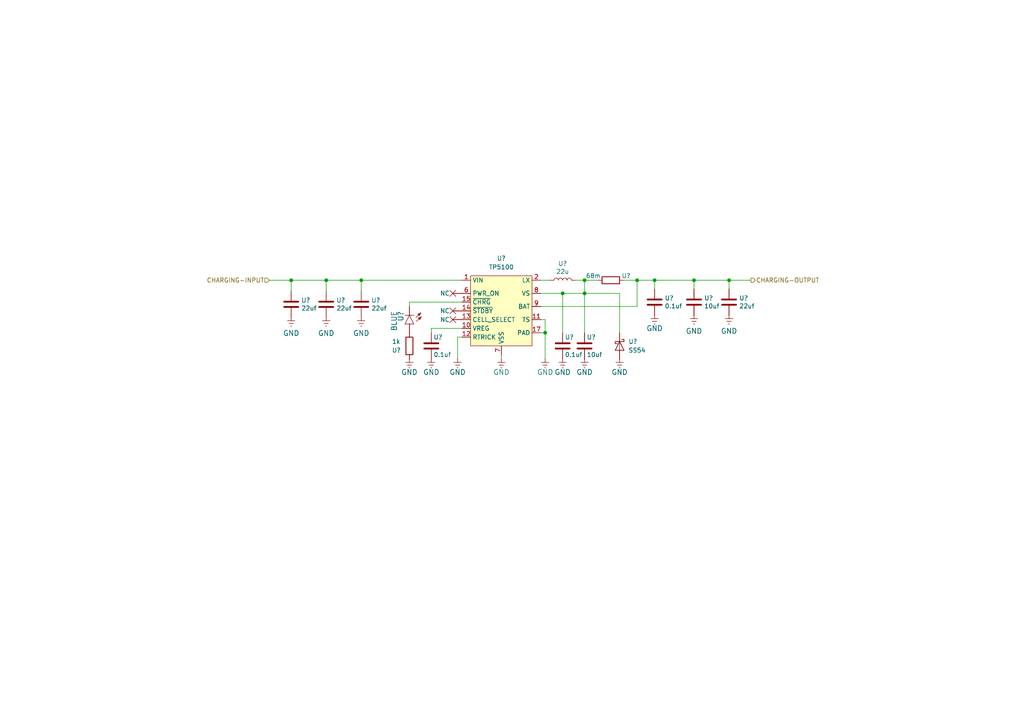
<source format=kicad_sch>
(kicad_sch (version 20211123) (generator eeschema)
  (paper "A4")
  (lib_symbols
    (symbol "B.B-rescue:C-Device-B.B-rescue-B.B-rescue" (pin_numbers hide) (pin_names (offset 0.254))
      (property "Reference" "C" (at 0.635 2.54 0))
      (property "Value" "C-Device-B.B-rescue-B.B-rescue" (at 0.635 -2.54 0))
      (symbol "C-Device-B.B-rescue-B.B-rescue_0_1"
        (polyline (pts (xy -2.032 -0.762) (xy 2.032 -0.762)) (stroke (width 0.508)))
        (polyline (pts (xy -2.032 0.762) (xy 2.032 0.762)) (stroke (width 0.508)))
      )
      (symbol "C-Device-B.B-rescue-B.B-rescue_1_1"
        (pin passive line (at 0 3.81 270) (length 2.794) (name "~") (number "1"))
        (pin passive line (at 0 -3.81 90) (length 2.794) (name "~") (number "2"))
      )
    )
    (symbol "B.B-rescue:D_Schottky-Device-B.B-rescue-B.B-rescue" (pin_numbers hide) (pin_names (offset 1.016) hide)
      (property "Reference" "D" (at 0 2.54 0))
      (property "Value" "D_Schottky-Device-B.B-rescue-B.B-rescue" (at 0 -2.54 0))
      (symbol "D_Schottky-Device-B.B-rescue-B.B-rescue_0_1"
        (polyline (pts (xy 1.27 0) (xy -1.27 0)))
        (polyline (pts (xy 1.27 1.27) (xy 1.27 -1.27) (xy -1.27 0) (xy 1.27 1.27)) (stroke (width 0.2032)))
        (polyline (pts (xy -1.905 0.635) (xy -1.905 1.27) (xy -1.27 1.27) (xy -1.27 -1.27) (xy -0.635 -1.27) (xy -0.635 -0.635)) (stroke (width 0.2032)))
      )
      (symbol "D_Schottky-Device-B.B-rescue-B.B-rescue_1_1"
        (pin passive line (at -3.81 0 0) (length 2.54) (name "K") (number "1"))
        (pin passive line (at 3.81 0 180) (length 2.54) (name "A") (number "2"))
      )
    )
    (symbol "B.B-rescue:GND-B.B-eagle-import-B.B-rescue" (power) (pin_names (offset 1.016))
      (property "Value" "GND-B.B-eagle-import-B.B-rescue" (at -2.2098 -2.54 0))
      (symbol "GND-B.B-eagle-import-B.B-rescue_1_0"
        (polyline (pts (xy 0 1.5748) (xy -1.0922 1.5748)))
        (polyline (pts (xy 0 2.54) (xy 0 1.5748)))
        (polyline (pts (xy 0.1524 0) (xy -0.1524 0)))
        (polyline (pts (xy 0.635 0.7874) (xy -0.635 0.7874)))
        (polyline (pts (xy 1.0922 1.5748) (xy 0 1.5748)))
        (pin power_in line (at 0 2.54 270) (length 0) (name "GND") (number "1"))
      )
    )
    (symbol "B.B-rescue:LED-B.B-eagle-import-B.B-rescue" (pin_names (offset 1.016))
      (property "Reference" "LED" (at 3.556 -4.572 90))
      (property "Value" "LED-B.B-eagle-import-B.B-rescue" (at 5.715 -4.572 90))
      (symbol "LED-B.B-eagle-import-B.B-rescue_1_0"
        (polyline (pts (xy -2.032 -0.762) (xy -3.429 -2.159)))
        (polyline (pts (xy -1.905 -1.905) (xy -3.302 -3.302)))
        (polyline (pts (xy 0 -2.54) (xy -1.27 -2.54)))
        (polyline (pts (xy 0 -2.54) (xy -1.27 0)))
        (polyline (pts (xy 0 0) (xy -1.27 0)))
        (polyline (pts (xy 1.27 -2.54) (xy 0 -2.54)))
        (polyline (pts (xy 1.27 0) (xy 0 -2.54)))
        (polyline (pts (xy 1.27 0) (xy 0 0)))
        (polyline (pts (xy -3.429 -2.159) (xy -3.048 -1.27) (xy -2.54 -1.778)) (fill (type outline)))
        (polyline (pts (xy -3.302 -3.302) (xy -2.921 -2.413) (xy -2.413 -2.921)) (fill (type outline)))
        (pin passive line (at 0 -5.08 90) (length 2.54) (name "C") (number "1"))
        (pin passive line (at 0 2.54 270) (length 2.54) (name "A") (number "2"))
      )
    )
    (symbol "B.B-rescue:NC-B.B-eagle-import-B.B-rescue" (pin_names (offset 1.016))
      (symbol "NC-B.B-eagle-import-B.B-rescue_1_0"
        (polyline (pts (xy 1.778 0.889) (xy 2.667 0)))
        (polyline (pts (xy 2.667 0) (xy 1.778 -0.889)))
        (polyline (pts (xy 2.667 0) (xy 3.556 0.889)))
        (polyline (pts (xy 3.556 -0.889) (xy 2.667 0)))
        (pin bidirectional line (at 0 0 0) (length 2.54) (name "NC") (number "1"))
      )
    )
    (symbol "B.B-rescue:R-Device-B.B-rescue-B.B-rescue" (pin_numbers hide) (pin_names (offset 0))
      (property "Reference" "R" (at 2.032 0 90))
      (property "Value" "R-Device-B.B-rescue-B.B-rescue" (at 0 0 90))
      (symbol "R-Device-B.B-rescue-B.B-rescue_0_1"
        (rectangle (start -1.016 -2.54) (end 1.016 2.54) (stroke (width 0.254)))
      )
      (symbol "R-Device-B.B-rescue-B.B-rescue_1_1"
        (pin passive line (at 0 3.81 270) (length 1.27) (name "~") (number "1"))
        (pin passive line (at 0 -3.81 90) (length 1.27) (name "~") (number "2"))
      )
    )
    (symbol "Device:L" (pin_numbers hide) (pin_names (offset 1.016) hide)
      (property "Reference" "L" (at -1.27 0 90))
      (property "Value" "L" (at 1.905 0 90))
      (symbol "L_0_1"
        (arc (start 0 -2.54) (mid 0.635 -1.905) (end 0 -1.27))
        (arc (start 0 -1.27) (mid 0.635 -0.635) (end 0 0))
        (arc (start 0 0) (mid 0.635 0.635) (end 0 1.27))
        (arc (start 0 1.27) (mid 0.635 1.905) (end 0 2.54))
      )
      (symbol "L_1_1"
        (pin passive line (at 0 3.81 270) (length 1.27) (name "1") (number "1"))
        (pin passive line (at 0 -3.81 90) (length 1.27) (name "2") (number "2"))
      )
    )
    (symbol "Device:R" (pin_numbers hide) (pin_names (offset 0))
      (property "Reference" "R" (at 2.032 0 90))
      (property "Value" "R" (at 0 0 90))
      (symbol "R_0_1"
        (rectangle (start -1.016 -2.54) (end 1.016 2.54) (stroke (width 0.254)))
      )
      (symbol "R_1_1"
        (pin passive line (at 0 3.81 270) (length 1.27) (name "~") (number "1"))
        (pin passive line (at 0 -3.81 90) (length 1.27) (name "~") (number "2"))
      )
    )
    (symbol "RB3203-Lib:TP5100"
      (property "Reference" "U" (at 0 3.81 0))
      (property "Value" "TP5100" (at 0 1.27 0))
      (symbol "TP5100_0_1"
        (rectangle (start 8.89 -20.32) (end -8.89 0) (fill (type background)))
      )
      (symbol "TP5100_1_1"
        (pin power_in line (at -11.43 -1.27 0) (length 2.54) (name "VIN") (number "1"))
        (pin power_in line (at -11.43 -15.24 0) (length 2.54) (name "VREG") (number "10"))
        (pin input line (at 11.43 -12.7 180) (length 2.54) (name "TS") (number "11"))
        (pin input line (at -11.43 -17.78 0) (length 2.54) (name "RTRICK") (number "12"))
        (pin input line (at -11.43 -12.7 0) (length 2.54) (name "CELL_SELECT") (number "13"))
        (pin open_collector line (at -11.43 -10.16 0) (length 2.54) (name "~{STDBY}") (number "14"))
        (pin open_collector line (at -11.43 -7.62 0) (length 2.54) (name "~{CHRG}") (number "15"))
        (pin power_in line (at -11.43 -1.27 0) (length 2.54) hide (name "VIN") (number "16"))
        (pin passive line (at 11.43 -16.51 180) (length 2.54) (name "PAD") (number "17"))
        (pin power_out line (at 11.43 -1.27 180) (length 2.54) (name "LX") (number "2"))
        (pin power_out line (at 11.43 -1.27 180) (length 2.54) hide (name "LX") (number "3"))
        (pin power_in line (at -11.43 -1.27 0) (length 2.54) hide (name "VIN") (number "4"))
        (pin power_in line (at -11.43 -1.27 0) (length 2.54) hide (name "VIN") (number "5"))
        (pin input line (at -11.43 -5.08 0) (length 2.54) (name "PWR_ON") (number "6"))
        (pin power_in line (at 0 -22.86 90) (length 2.54) (name "VSS") (number "7"))
        (pin input line (at 11.43 -5.08 180) (length 2.54) (name "VS") (number "8"))
        (pin power_out line (at 11.43 -8.89 180) (length 2.54) (name "BAT") (number "9"))
      )
    )
  )
  (junction (at 104.775 81.28))
  (junction (at 158.115 96.52))
  (junction (at 169.545 81.28))
  (junction (at 184.785 81.28))
  (junction (at 163.195 85.09))
  (junction (at 169.545 85.09))
  (junction (at 84.455 81.28))
  (junction (at 189.865 81.28))
  (junction (at 94.615 81.28))
  (junction (at 201.295 81.28))
  (junction (at 211.455 81.28))
  (wire (pts (xy 145.415 104.14) (xy 145.415 102.87)))
  (wire (pts (xy 169.545 81.28) (xy 173.355 81.28)))
  (wire (pts (xy 201.295 81.28) (xy 211.455 81.28)))
  (wire (pts (xy 201.295 83.82) (xy 201.295 81.28)))
  (wire (pts (xy 211.455 83.82) (xy 211.455 81.28)))
  (wire (pts (xy 184.785 81.28) (xy 184.785 88.9)))
  (wire (pts (xy 169.545 85.09) (xy 179.705 85.09)))
  (wire (pts (xy 184.785 81.28) (xy 189.865 81.28)))
  (wire (pts (xy 133.985 87.63) (xy 118.745 87.63)))
  (wire (pts (xy 156.845 88.9) (xy 184.785 88.9)))
  (wire (pts (xy 132.715 104.14) (xy 132.715 97.79)))
  (wire (pts (xy 158.115 92.71) (xy 158.115 96.52)))
  (wire (pts (xy 94.615 84.455) (xy 94.615 81.28)))
  (wire (pts (xy 118.745 87.63) (xy 118.745 88.9)))
  (wire (pts (xy 189.865 83.82) (xy 189.865 81.28)))
  (wire (pts (xy 179.705 96.52) (xy 179.705 85.09)))
  (wire (pts (xy 94.615 81.28) (xy 104.775 81.28)))
  (wire (pts (xy 211.455 81.28) (xy 217.805 81.28)))
  (wire (pts (xy 156.845 96.52) (xy 158.115 96.52)))
  (wire (pts (xy 169.545 85.09) (xy 169.545 96.52)))
  (wire (pts (xy 184.785 81.28) (xy 180.975 81.28)))
  (wire (pts (xy 94.615 81.28) (xy 84.455 81.28)))
  (wire (pts (xy 156.845 92.71) (xy 158.115 92.71)))
  (wire (pts (xy 169.545 85.09) (xy 169.545 81.28)))
  (wire (pts (xy 163.195 85.09) (xy 163.195 96.52)))
  (wire (pts (xy 104.775 84.455) (xy 104.775 81.28)))
  (wire (pts (xy 78.105 81.28) (xy 84.455 81.28)))
  (wire (pts (xy 125.095 95.25) (xy 133.985 95.25)))
  (wire (pts (xy 125.095 96.52) (xy 125.095 95.25)))
  (wire (pts (xy 163.195 85.09) (xy 169.545 85.09)))
  (wire (pts (xy 84.455 84.455) (xy 84.455 81.28)))
  (wire (pts (xy 156.845 85.09) (xy 163.195 85.09)))
  (wire (pts (xy 189.865 81.28) (xy 201.295 81.28)))
  (wire (pts (xy 104.775 81.28) (xy 133.985 81.28)))
  (wire (pts (xy 156.845 81.28) (xy 159.385 81.28)))
  (wire (pts (xy 158.115 96.52) (xy 158.115 104.14)))
  (wire (pts (xy 169.545 81.28) (xy 167.005 81.28)))
  (wire (pts (xy 132.715 97.79) (xy 133.985 97.79)))
  (hierarchical_label "CHARGING-INPUT" (shape input) (at 78.105 81.28 180))
  (hierarchical_label "CHARGING-OUTPUT" (shape output) (at 217.805 81.28 0))
  (symbol (lib_id "B.B-rescue:C-Device-B.B-rescue-B.B-rescue") (at 211.455 87.63 0) (unit 1)
    (property "Reference" "U?" (at 214.376 86.4616 0) (effects (justify left)))
    (property "Value" "22uf" (at 214.376 88.773 0) (effects (justify left)))
    (property "Footprint" "Capacitor_SMD:C_0805_2012Metric" (effects hide))
    (property "LCSC" "C45783" (effects hide))
  )
  (symbol (lib_id "B.B-rescue:GND-B.B-eagle-import-B.B-rescue") (at 158.115 106.68 0) (unit 1)
    (property "Reference" "U?" (effects hide))
    (property "Value" "GND" (at 158.115 107.95 0) (effects (font (size 1.4986 1.4986))))
  )
  (symbol (lib_id "B.B-rescue:C-Device-B.B-rescue-B.B-rescue") (at 94.615 88.265 0) (unit 1)
    (property "Reference" "U?" (at 97.536 87.0966 0) (effects (justify left)))
    (property "Value" "22uf" (at 97.536 89.408 0) (effects (justify left)))
    (property "Footprint" "Capacitor_SMD:C_0805_2012Metric" (effects hide))
    (property "LCSC" "C45783" (effects hide))
  )
  (symbol (lib_id "B.B-rescue:C-Device-B.B-rescue-B.B-rescue") (at 189.865 87.63 0) (unit 1)
    (property "Reference" "U?" (at 192.786 86.4616 0) (effects (justify left)))
    (property "Value" "0.1uf" (at 192.786 88.773 0) (effects (justify left)))
    (property "Footprint" "Capacitor_SMD:C_0805_2012Metric" (effects hide))
    (property "LCSC" "C49678" (effects hide))
  )
  (symbol (lib_id "B.B-rescue:NC-B.B-eagle-import-B.B-rescue") (at 133.985 92.71 180) (unit 1)
    (property "Reference" "U?" (effects hide))
    (property "Value" "NC" (effects hide))
  )
  (symbol (lib_id "RB3203-Lib:TP5100") (at 145.415 80.01 0) (unit 1)
    (property "Reference" "U?" (at 145.415 74.93 0))
    (property "Value" "TP5100" (at 145.415 77.47 0))
    (property "Footprint" "Package_DFN_QFN:QFN-16-1EP_4x4mm_P0.65mm_EP2.5x2.5mm_ThermalVias" (effects hide))
    (property "Datasheet" "https://datasheet.lcsc.com/szlcsc/1907031730_Nanjing-Extension-Microelectronics-TP5100_C379389.pdf" (effects hide))
    (property "LCSC" "C379389" (effects hide))
  )
  (symbol (lib_id "B.B-rescue:C-Device-B.B-rescue-B.B-rescue") (at 169.545 100.33 0) (unit 1)
    (property "Reference" "U?" (at 170.18 97.79 0) (effects (justify left)))
    (property "Value" "10uf" (at 170.18 102.87 0) (effects (justify left)))
    (property "Footprint" "Capacitor_SMD:C_0805_2012Metric" (effects hide))
    (property "LCSC" "C15850" (effects hide))
  )
  (symbol (lib_id "Device:R") (at 177.165 81.28 270) (unit 1)
    (property "Reference" "U?" (at 181.61 80.01 90))
    (property "Value" "68m" (at 172.085 80.01 90))
    (property "Footprint" "Resistor_SMD:R_1210_3225Metric" (effects hide))
    (property "LCSC" "C422195" (effects hide))
  )
  (symbol (lib_id "B.B-rescue:GND-B.B-eagle-import-B.B-rescue") (at 125.095 106.68 0) (unit 1)
    (property "Reference" "U?" (effects hide))
    (property "Value" "GND" (at 125.095 107.95 0) (effects (font (size 1.4986 1.4986))))
  )
  (symbol (lib_id "Device:L") (at 163.195 81.28 90) (unit 1)
    (property "Reference" "U?" (at 163.195 76.454 90))
    (property "Value" "22u" (at 163.195 78.7654 90))
    (property "Footprint" "RB3203-Lib:MCF-1040" (effects hide))
    (property "LCSC" "C169268" (effects hide))
  )
  (symbol (lib_id "B.B-rescue:C-Device-B.B-rescue-B.B-rescue") (at 201.295 87.63 0) (unit 1)
    (property "Reference" "U?" (at 204.216 86.4616 0) (effects (justify left)))
    (property "Value" "10uf" (at 204.216 88.773 0) (effects (justify left)))
    (property "Footprint" "Capacitor_SMD:C_0805_2012Metric" (effects hide))
    (property "LCSC" "C15850" (effects hide))
  )
  (symbol (lib_id "B.B-rescue:D_Schottky-Device-B.B-rescue-B.B-rescue") (at 179.705 100.33 270) (unit 1)
    (property "Reference" "U?" (at 182.245 99.06 90) (effects (justify left)))
    (property "Value" "SS54" (at 182.245 101.6 90) (effects (justify left)))
    (property "Footprint" "BB:DO-214AC" (effects hide))
    (property "Datasheet" "https://datasheet.lcsc.com/szlcsc/1903061001_MDD-Jiangsu-Yutai-Elec-SS54_C22452.pdf" (effects hide))
    (property "LCSC" "C22452" (effects hide))
  )
  (symbol (lib_id "B.B-rescue:GND-B.B-eagle-import-B.B-rescue") (at 201.295 93.98 0) (unit 1)
    (property "Reference" "U?" (effects hide))
    (property "Value" "GND" (at 201.295 96.012 0) (effects (font (size 1.4986 1.4986))))
  )
  (symbol (lib_id "B.B-rescue:GND-B.B-eagle-import-B.B-rescue") (at 145.415 106.68 0) (unit 1)
    (property "Reference" "U?" (effects hide))
    (property "Value" "GND" (at 145.415 107.95 0) (effects (font (size 1.4986 1.4986))))
  )
  (symbol (lib_id "B.B-rescue:NC-B.B-eagle-import-B.B-rescue") (at 133.985 90.17 180) (unit 1)
    (property "Reference" "U?" (effects hide))
    (property "Value" "NC" (effects hide))
  )
  (symbol (lib_id "B.B-rescue:C-Device-B.B-rescue-B.B-rescue") (at 84.455 88.265 0) (unit 1)
    (property "Reference" "U?" (at 87.376 87.0966 0) (effects (justify left)))
    (property "Value" "22uf" (at 87.376 89.408 0) (effects (justify left)))
    (property "Footprint" "Capacitor_SMD:C_0805_2012Metric" (effects hide))
    (property "LCSC" "C45783" (effects hide))
  )
  (symbol (lib_id "B.B-rescue:C-Device-B.B-rescue-B.B-rescue") (at 163.195 100.33 0) (unit 1)
    (property "Reference" "U?" (at 163.83 97.79 0) (effects (justify left)))
    (property "Value" "0.1uf" (at 163.83 102.87 0) (effects (justify left)))
    (property "Footprint" "Capacitor_SMD:C_0805_2012Metric" (effects hide))
    (property "LCSC" "C49678" (effects hide))
  )
  (symbol (lib_id "B.B-rescue:C-Device-B.B-rescue-B.B-rescue") (at 104.775 88.265 0) (unit 1)
    (property "Reference" "U?" (at 107.696 87.0966 0) (effects (justify left)))
    (property "Value" "22uf" (at 107.696 89.408 0) (effects (justify left)))
    (property "Footprint" "Capacitor_SMD:C_0805_2012Metric" (effects hide))
    (property "LCSC" "C45783" (effects hide))
  )
  (symbol (lib_id "B.B-rescue:NC-B.B-eagle-import-B.B-rescue") (at 133.985 85.09 180) (unit 1)
    (property "Reference" "U?" (effects hide))
    (property "Value" "NC" (effects hide))
  )
  (symbol (lib_id "B.B-rescue:C-Device-B.B-rescue-B.B-rescue") (at 125.095 100.33 0) (unit 1)
    (property "Reference" "U?" (at 125.73 97.79 0) (effects (justify left)))
    (property "Value" "0.1uf" (at 125.73 102.87 0) (effects (justify left)))
    (property "Footprint" "Capacitor_SMD:C_0805_2012Metric" (effects hide))
    (property "LCSC" "C49678" (effects hide))
  )
  (symbol (lib_id "B.B-rescue:GND-B.B-eagle-import-B.B-rescue") (at 211.455 93.98 0) (unit 1)
    (property "Reference" "U?" (effects hide))
    (property "Value" "GND" (at 211.455 96.012 0) (effects (font (size 1.4986 1.4986))))
  )
  (symbol (lib_id "B.B-rescue:R-Device-B.B-rescue-B.B-rescue") (at 118.745 100.33 180) (unit 1)
    (property "Reference" "U?" (at 113.665 101.6 0) (effects (justify right)))
    (property "Value" "1k" (at 113.665 99.06 0) (effects (justify right)))
    (property "Footprint" "Resistor_SMD:R_0402_1005Metric" (effects hide))
    (property "LCSC" "C11702" (effects hide))
  )
  (symbol (lib_id "B.B-rescue:GND-B.B-eagle-import-B.B-rescue") (at 132.715 106.68 0) (unit 1)
    (property "Reference" "U?" (effects hide))
    (property "Value" "GND" (at 132.715 107.95 0) (effects (font (size 1.4986 1.4986))))
  )
  (symbol (lib_id "B.B-rescue:GND-B.B-eagle-import-B.B-rescue") (at 84.455 94.615 0) (unit 1)
    (property "Reference" "U?" (effects hide))
    (property "Value" "GND" (at 84.455 96.647 0) (effects (font (size 1.4986 1.4986))))
  )
  (symbol (lib_id "B.B-rescue:GND-B.B-eagle-import-B.B-rescue") (at 179.705 106.68 0) (unit 1)
    (property "Reference" "U?" (effects hide))
    (property "Value" "GND" (at 179.705 107.95 0) (effects (font (size 1.4986 1.4986))))
  )
  (symbol (lib_id "B.B-rescue:GND-B.B-eagle-import-B.B-rescue") (at 94.615 94.615 0) (unit 1)
    (property "Reference" "U?" (effects hide))
    (property "Value" "GND" (at 94.615 96.647 0) (effects (font (size 1.4986 1.4986))))
  )
  (symbol (lib_id "B.B-rescue:GND-B.B-eagle-import-B.B-rescue") (at 163.195 106.68 0) (unit 1)
    (property "Reference" "U?" (effects hide))
    (property "Value" "GND" (at 163.195 107.95 0) (effects (font (size 1.4986 1.4986))))
  )
  (symbol (lib_id "B.B-rescue:GND-B.B-eagle-import-B.B-rescue") (at 189.865 93.98 0) (unit 1)
    (property "Reference" "U?" (effects hide))
    (property "Value" "GND" (at 189.865 95.25 0) (effects (font (size 1.4986 1.4986))))
  )
  (symbol (lib_id "B.B-rescue:GND-B.B-eagle-import-B.B-rescue") (at 104.775 94.615 0) (unit 1)
    (property "Reference" "U?" (effects hide))
    (property "Value" "GND" (at 104.775 96.647 0) (effects (font (size 1.4986 1.4986))))
  )
  (symbol (lib_id "B.B-rescue:GND-B.B-eagle-import-B.B-rescue") (at 169.545 106.68 0) (unit 1)
    (property "Reference" "U?" (effects hide))
    (property "Value" "GND" (at 169.545 107.95 0) (effects (font (size 1.4986 1.4986))))
  )
  (symbol (lib_id "B.B-rescue:GND-B.B-eagle-import-B.B-rescue") (at 118.745 106.68 0) (unit 1)
    (property "Reference" "U?" (effects hide))
    (property "Value" "GND" (at 118.745 107.95 0) (effects (font (size 1.4986 1.4986))))
  )
  (symbol (lib_id "B.B-rescue:LED-B.B-eagle-import-B.B-rescue") (at 118.745 93.98 180) (unit 1)
    (property "Reference" "U?" (at 116.205 90.17 90) (effects (font (size 1.4986 1.4986)) (justify left)))
    (property "Value" "BLUE" (at 114.3 90.17 90) (effects (font (size 1.4986 1.4986)) (justify left)))
    (property "Footprint" "LED_SMD:LED_0603_1608Metric" (effects hide))
    (property "LCSC" "C72041" (effects hide))
  )
)
</source>
